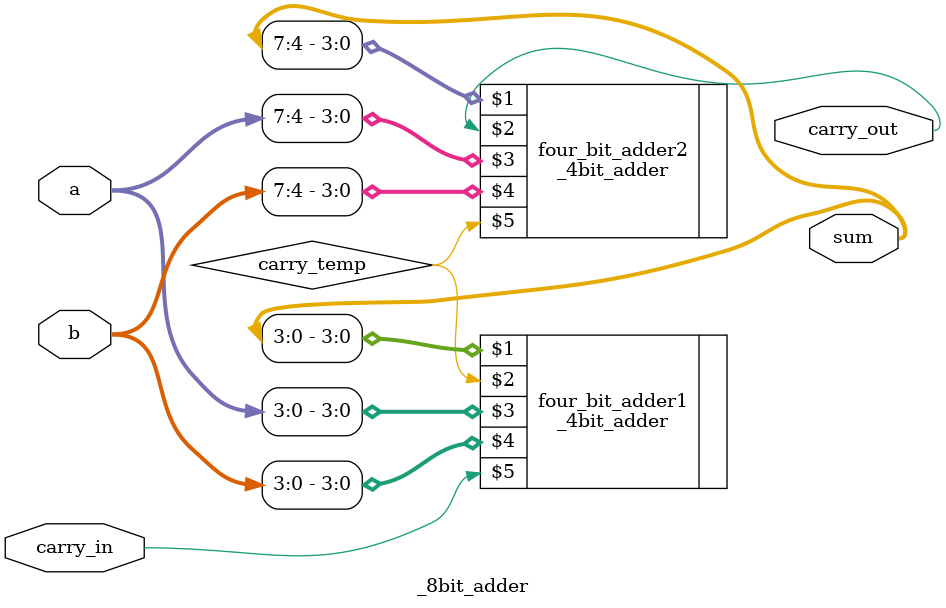
<source format=v>
module _8bit_adder(sum, carry_out, a, b, carry_in);
input [7:0] a;
input [7:0] b;
input carry_in;
output [7:0] sum;
output carry_out;
wire carry_temp;

_4bit_adder four_bit_adder1(sum[3:0], carry_temp, a[3:0], b[3:0], carry_in),
            four_bit_adder2(sum[7:4], carry_out, a[7:4], b[7:4], carry_temp);

endmodule
</source>
